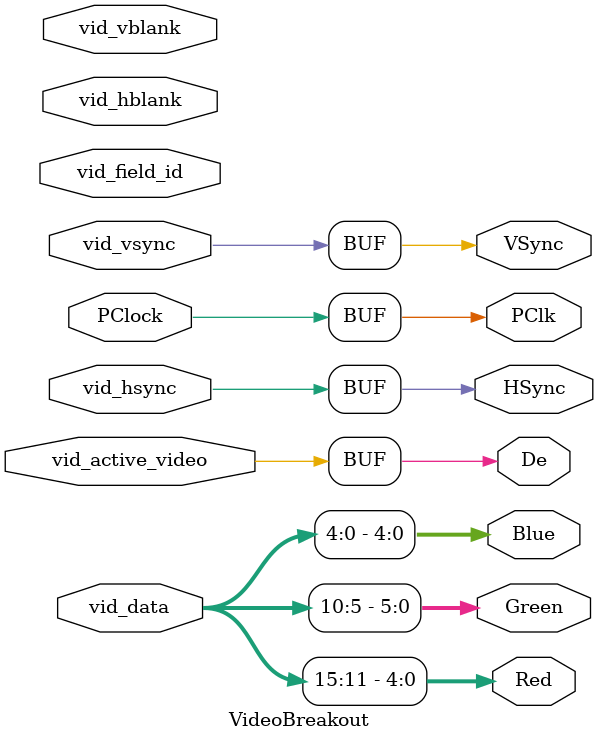
<source format=v>

module VideoBreakout (
    PClock,
    vid_active_video, vid_data,
    vid_field_id,
    vid_hblank, vid_hsync, vid_vblank, vid_vsync,
    Red, Green, Blue,
    HSync, VSync,
    PClk, De
);
    input PClock;

    input vid_active_video;
    input [15:0] vid_data;
    input vid_field_id;
    input vid_hblank, vid_hsync, vid_vblank, vid_vsync;

    output [4:0] Red;
    output [5:0] Green;
    output [4:0] Blue;
    output HSync, VSync;
    output PClk;
    output De;

    //23 22 21 20 19 18 17 16 15 14 13 12 11 10  9  8  7  6  5  4  3  2  1  0
    // -  -  -  R  R  R  R  R  -  -  G  G  G  G  G  G  -  -  -  B  B  B  B  B
    
    //15 14 13 12 11 10  9  8  7  6  5  4  3  2  1  0
    // R  R  R  R  R  G  G  G  G  G  G  B  B  B  B  B
    
    assign Red = vid_data[15:11];
    assign Green = vid_data[10:5];
    assign Blue = vid_data[4:0];
    assign HSync = vid_hsync;
    assign VSync = vid_vsync;
    assign PClk = PClock;
    assign De = vid_active_video;

endmodule


</source>
